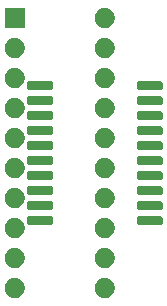
<source format=gbr>
G04 #@! TF.GenerationSoftware,KiCad,Pcbnew,(5.1.5)-3*
G04 #@! TF.CreationDate,2020-06-23T06:11:58-04:00*
G04 #@! TF.ProjectId,dip20soic573-373,64697032-3073-46f6-9963-3537332d3337,rev?*
G04 #@! TF.SameCoordinates,Original*
G04 #@! TF.FileFunction,Soldermask,Top*
G04 #@! TF.FilePolarity,Negative*
%FSLAX46Y46*%
G04 Gerber Fmt 4.6, Leading zero omitted, Abs format (unit mm)*
G04 Created by KiCad (PCBNEW (5.1.5)-3) date 2020-06-23 06:11:58*
%MOMM*%
%LPD*%
G04 APERTURE LIST*
%ADD10C,0.100000*%
G04 APERTURE END LIST*
D10*
G36*
X114548228Y-93161703D02*
G01*
X114703100Y-93225853D01*
X114842481Y-93318985D01*
X114961015Y-93437519D01*
X115054147Y-93576900D01*
X115118297Y-93731772D01*
X115151000Y-93896184D01*
X115151000Y-94063816D01*
X115118297Y-94228228D01*
X115054147Y-94383100D01*
X114961015Y-94522481D01*
X114842481Y-94641015D01*
X114703100Y-94734147D01*
X114548228Y-94798297D01*
X114383816Y-94831000D01*
X114216184Y-94831000D01*
X114051772Y-94798297D01*
X113896900Y-94734147D01*
X113757519Y-94641015D01*
X113638985Y-94522481D01*
X113545853Y-94383100D01*
X113481703Y-94228228D01*
X113449000Y-94063816D01*
X113449000Y-93896184D01*
X113481703Y-93731772D01*
X113545853Y-93576900D01*
X113638985Y-93437519D01*
X113757519Y-93318985D01*
X113896900Y-93225853D01*
X114051772Y-93161703D01*
X114216184Y-93129000D01*
X114383816Y-93129000D01*
X114548228Y-93161703D01*
G37*
G36*
X106928228Y-93161703D02*
G01*
X107083100Y-93225853D01*
X107222481Y-93318985D01*
X107341015Y-93437519D01*
X107434147Y-93576900D01*
X107498297Y-93731772D01*
X107531000Y-93896184D01*
X107531000Y-94063816D01*
X107498297Y-94228228D01*
X107434147Y-94383100D01*
X107341015Y-94522481D01*
X107222481Y-94641015D01*
X107083100Y-94734147D01*
X106928228Y-94798297D01*
X106763816Y-94831000D01*
X106596184Y-94831000D01*
X106431772Y-94798297D01*
X106276900Y-94734147D01*
X106137519Y-94641015D01*
X106018985Y-94522481D01*
X105925853Y-94383100D01*
X105861703Y-94228228D01*
X105829000Y-94063816D01*
X105829000Y-93896184D01*
X105861703Y-93731772D01*
X105925853Y-93576900D01*
X106018985Y-93437519D01*
X106137519Y-93318985D01*
X106276900Y-93225853D01*
X106431772Y-93161703D01*
X106596184Y-93129000D01*
X106763816Y-93129000D01*
X106928228Y-93161703D01*
G37*
G36*
X106928228Y-90621703D02*
G01*
X107083100Y-90685853D01*
X107222481Y-90778985D01*
X107341015Y-90897519D01*
X107434147Y-91036900D01*
X107498297Y-91191772D01*
X107531000Y-91356184D01*
X107531000Y-91523816D01*
X107498297Y-91688228D01*
X107434147Y-91843100D01*
X107341015Y-91982481D01*
X107222481Y-92101015D01*
X107083100Y-92194147D01*
X106928228Y-92258297D01*
X106763816Y-92291000D01*
X106596184Y-92291000D01*
X106431772Y-92258297D01*
X106276900Y-92194147D01*
X106137519Y-92101015D01*
X106018985Y-91982481D01*
X105925853Y-91843100D01*
X105861703Y-91688228D01*
X105829000Y-91523816D01*
X105829000Y-91356184D01*
X105861703Y-91191772D01*
X105925853Y-91036900D01*
X106018985Y-90897519D01*
X106137519Y-90778985D01*
X106276900Y-90685853D01*
X106431772Y-90621703D01*
X106596184Y-90589000D01*
X106763816Y-90589000D01*
X106928228Y-90621703D01*
G37*
G36*
X114548228Y-90621703D02*
G01*
X114703100Y-90685853D01*
X114842481Y-90778985D01*
X114961015Y-90897519D01*
X115054147Y-91036900D01*
X115118297Y-91191772D01*
X115151000Y-91356184D01*
X115151000Y-91523816D01*
X115118297Y-91688228D01*
X115054147Y-91843100D01*
X114961015Y-91982481D01*
X114842481Y-92101015D01*
X114703100Y-92194147D01*
X114548228Y-92258297D01*
X114383816Y-92291000D01*
X114216184Y-92291000D01*
X114051772Y-92258297D01*
X113896900Y-92194147D01*
X113757519Y-92101015D01*
X113638985Y-91982481D01*
X113545853Y-91843100D01*
X113481703Y-91688228D01*
X113449000Y-91523816D01*
X113449000Y-91356184D01*
X113481703Y-91191772D01*
X113545853Y-91036900D01*
X113638985Y-90897519D01*
X113757519Y-90778985D01*
X113896900Y-90685853D01*
X114051772Y-90621703D01*
X114216184Y-90589000D01*
X114383816Y-90589000D01*
X114548228Y-90621703D01*
G37*
G36*
X106928228Y-88081703D02*
G01*
X107083100Y-88145853D01*
X107222481Y-88238985D01*
X107341015Y-88357519D01*
X107434147Y-88496900D01*
X107498297Y-88651772D01*
X107531000Y-88816184D01*
X107531000Y-88983816D01*
X107498297Y-89148228D01*
X107434147Y-89303100D01*
X107341015Y-89442481D01*
X107222481Y-89561015D01*
X107083100Y-89654147D01*
X106928228Y-89718297D01*
X106763816Y-89751000D01*
X106596184Y-89751000D01*
X106431772Y-89718297D01*
X106276900Y-89654147D01*
X106137519Y-89561015D01*
X106018985Y-89442481D01*
X105925853Y-89303100D01*
X105861703Y-89148228D01*
X105829000Y-88983816D01*
X105829000Y-88816184D01*
X105861703Y-88651772D01*
X105925853Y-88496900D01*
X106018985Y-88357519D01*
X106137519Y-88238985D01*
X106276900Y-88145853D01*
X106431772Y-88081703D01*
X106596184Y-88049000D01*
X106763816Y-88049000D01*
X106928228Y-88081703D01*
G37*
G36*
X114548228Y-88081703D02*
G01*
X114703100Y-88145853D01*
X114842481Y-88238985D01*
X114961015Y-88357519D01*
X115054147Y-88496900D01*
X115118297Y-88651772D01*
X115151000Y-88816184D01*
X115151000Y-88983816D01*
X115118297Y-89148228D01*
X115054147Y-89303100D01*
X114961015Y-89442481D01*
X114842481Y-89561015D01*
X114703100Y-89654147D01*
X114548228Y-89718297D01*
X114383816Y-89751000D01*
X114216184Y-89751000D01*
X114051772Y-89718297D01*
X113896900Y-89654147D01*
X113757519Y-89561015D01*
X113638985Y-89442481D01*
X113545853Y-89303100D01*
X113481703Y-89148228D01*
X113449000Y-88983816D01*
X113449000Y-88816184D01*
X113481703Y-88651772D01*
X113545853Y-88496900D01*
X113638985Y-88357519D01*
X113757519Y-88238985D01*
X113896900Y-88145853D01*
X114051772Y-88081703D01*
X114216184Y-88049000D01*
X114383816Y-88049000D01*
X114548228Y-88081703D01*
G37*
G36*
X119111228Y-87916764D02*
G01*
X119132309Y-87923160D01*
X119151745Y-87933548D01*
X119168776Y-87947524D01*
X119182752Y-87964555D01*
X119193140Y-87983991D01*
X119199536Y-88005072D01*
X119202300Y-88033140D01*
X119202300Y-88496860D01*
X119199536Y-88524928D01*
X119193140Y-88546009D01*
X119182752Y-88565445D01*
X119168776Y-88582476D01*
X119151745Y-88596452D01*
X119132309Y-88606840D01*
X119111228Y-88613236D01*
X119083160Y-88616000D01*
X117169440Y-88616000D01*
X117141372Y-88613236D01*
X117120291Y-88606840D01*
X117100855Y-88596452D01*
X117083824Y-88582476D01*
X117069848Y-88565445D01*
X117059460Y-88546009D01*
X117053064Y-88524928D01*
X117050300Y-88496860D01*
X117050300Y-88033140D01*
X117053064Y-88005072D01*
X117059460Y-87983991D01*
X117069848Y-87964555D01*
X117083824Y-87947524D01*
X117100855Y-87933548D01*
X117120291Y-87923160D01*
X117141372Y-87916764D01*
X117169440Y-87914000D01*
X119083160Y-87914000D01*
X119111228Y-87916764D01*
G37*
G36*
X109811228Y-87916764D02*
G01*
X109832309Y-87923160D01*
X109851745Y-87933548D01*
X109868776Y-87947524D01*
X109882752Y-87964555D01*
X109893140Y-87983991D01*
X109899536Y-88005072D01*
X109902300Y-88033140D01*
X109902300Y-88496860D01*
X109899536Y-88524928D01*
X109893140Y-88546009D01*
X109882752Y-88565445D01*
X109868776Y-88582476D01*
X109851745Y-88596452D01*
X109832309Y-88606840D01*
X109811228Y-88613236D01*
X109783160Y-88616000D01*
X107869440Y-88616000D01*
X107841372Y-88613236D01*
X107820291Y-88606840D01*
X107800855Y-88596452D01*
X107783824Y-88582476D01*
X107769848Y-88565445D01*
X107759460Y-88546009D01*
X107753064Y-88524928D01*
X107750300Y-88496860D01*
X107750300Y-88033140D01*
X107753064Y-88005072D01*
X107759460Y-87983991D01*
X107769848Y-87964555D01*
X107783824Y-87947524D01*
X107800855Y-87933548D01*
X107820291Y-87923160D01*
X107841372Y-87916764D01*
X107869440Y-87914000D01*
X109783160Y-87914000D01*
X109811228Y-87916764D01*
G37*
G36*
X119111228Y-86646764D02*
G01*
X119132309Y-86653160D01*
X119151745Y-86663548D01*
X119168776Y-86677524D01*
X119182752Y-86694555D01*
X119193140Y-86713991D01*
X119199536Y-86735072D01*
X119202300Y-86763140D01*
X119202300Y-87226860D01*
X119199536Y-87254928D01*
X119193140Y-87276009D01*
X119182752Y-87295445D01*
X119168776Y-87312476D01*
X119151745Y-87326452D01*
X119132309Y-87336840D01*
X119111228Y-87343236D01*
X119083160Y-87346000D01*
X117169440Y-87346000D01*
X117141372Y-87343236D01*
X117120291Y-87336840D01*
X117100855Y-87326452D01*
X117083824Y-87312476D01*
X117069848Y-87295445D01*
X117059460Y-87276009D01*
X117053064Y-87254928D01*
X117050300Y-87226860D01*
X117050300Y-86763140D01*
X117053064Y-86735072D01*
X117059460Y-86713991D01*
X117069848Y-86694555D01*
X117083824Y-86677524D01*
X117100855Y-86663548D01*
X117120291Y-86653160D01*
X117141372Y-86646764D01*
X117169440Y-86644000D01*
X119083160Y-86644000D01*
X119111228Y-86646764D01*
G37*
G36*
X109811228Y-86646764D02*
G01*
X109832309Y-86653160D01*
X109851745Y-86663548D01*
X109868776Y-86677524D01*
X109882752Y-86694555D01*
X109893140Y-86713991D01*
X109899536Y-86735072D01*
X109902300Y-86763140D01*
X109902300Y-87226860D01*
X109899536Y-87254928D01*
X109893140Y-87276009D01*
X109882752Y-87295445D01*
X109868776Y-87312476D01*
X109851745Y-87326452D01*
X109832309Y-87336840D01*
X109811228Y-87343236D01*
X109783160Y-87346000D01*
X107869440Y-87346000D01*
X107841372Y-87343236D01*
X107820291Y-87336840D01*
X107800855Y-87326452D01*
X107783824Y-87312476D01*
X107769848Y-87295445D01*
X107759460Y-87276009D01*
X107753064Y-87254928D01*
X107750300Y-87226860D01*
X107750300Y-86763140D01*
X107753064Y-86735072D01*
X107759460Y-86713991D01*
X107769848Y-86694555D01*
X107783824Y-86677524D01*
X107800855Y-86663548D01*
X107820291Y-86653160D01*
X107841372Y-86646764D01*
X107869440Y-86644000D01*
X109783160Y-86644000D01*
X109811228Y-86646764D01*
G37*
G36*
X114548228Y-85541703D02*
G01*
X114703100Y-85605853D01*
X114842481Y-85698985D01*
X114961015Y-85817519D01*
X115054147Y-85956900D01*
X115118297Y-86111772D01*
X115151000Y-86276184D01*
X115151000Y-86443816D01*
X115118297Y-86608228D01*
X115054147Y-86763100D01*
X114961015Y-86902481D01*
X114842481Y-87021015D01*
X114703100Y-87114147D01*
X114548228Y-87178297D01*
X114383816Y-87211000D01*
X114216184Y-87211000D01*
X114051772Y-87178297D01*
X113896900Y-87114147D01*
X113757519Y-87021015D01*
X113638985Y-86902481D01*
X113545853Y-86763100D01*
X113481703Y-86608228D01*
X113449000Y-86443816D01*
X113449000Y-86276184D01*
X113481703Y-86111772D01*
X113545853Y-85956900D01*
X113638985Y-85817519D01*
X113757519Y-85698985D01*
X113896900Y-85605853D01*
X114051772Y-85541703D01*
X114216184Y-85509000D01*
X114383816Y-85509000D01*
X114548228Y-85541703D01*
G37*
G36*
X106928228Y-85541703D02*
G01*
X107083100Y-85605853D01*
X107222481Y-85698985D01*
X107341015Y-85817519D01*
X107434147Y-85956900D01*
X107498297Y-86111772D01*
X107531000Y-86276184D01*
X107531000Y-86443816D01*
X107498297Y-86608228D01*
X107434147Y-86763100D01*
X107341015Y-86902481D01*
X107222481Y-87021015D01*
X107083100Y-87114147D01*
X106928228Y-87178297D01*
X106763816Y-87211000D01*
X106596184Y-87211000D01*
X106431772Y-87178297D01*
X106276900Y-87114147D01*
X106137519Y-87021015D01*
X106018985Y-86902481D01*
X105925853Y-86763100D01*
X105861703Y-86608228D01*
X105829000Y-86443816D01*
X105829000Y-86276184D01*
X105861703Y-86111772D01*
X105925853Y-85956900D01*
X106018985Y-85817519D01*
X106137519Y-85698985D01*
X106276900Y-85605853D01*
X106431772Y-85541703D01*
X106596184Y-85509000D01*
X106763816Y-85509000D01*
X106928228Y-85541703D01*
G37*
G36*
X109811228Y-85376764D02*
G01*
X109832309Y-85383160D01*
X109851745Y-85393548D01*
X109868776Y-85407524D01*
X109882752Y-85424555D01*
X109893140Y-85443991D01*
X109899536Y-85465072D01*
X109902300Y-85493140D01*
X109902300Y-85956860D01*
X109899536Y-85984928D01*
X109893140Y-86006009D01*
X109882752Y-86025445D01*
X109868776Y-86042476D01*
X109851745Y-86056452D01*
X109832309Y-86066840D01*
X109811228Y-86073236D01*
X109783160Y-86076000D01*
X107869440Y-86076000D01*
X107841372Y-86073236D01*
X107820291Y-86066840D01*
X107800855Y-86056452D01*
X107783824Y-86042476D01*
X107769848Y-86025445D01*
X107759460Y-86006009D01*
X107753064Y-85984928D01*
X107750300Y-85956860D01*
X107750300Y-85493140D01*
X107753064Y-85465072D01*
X107759460Y-85443991D01*
X107769848Y-85424555D01*
X107783824Y-85407524D01*
X107800855Y-85393548D01*
X107820291Y-85383160D01*
X107841372Y-85376764D01*
X107869440Y-85374000D01*
X109783160Y-85374000D01*
X109811228Y-85376764D01*
G37*
G36*
X119111228Y-85376764D02*
G01*
X119132309Y-85383160D01*
X119151745Y-85393548D01*
X119168776Y-85407524D01*
X119182752Y-85424555D01*
X119193140Y-85443991D01*
X119199536Y-85465072D01*
X119202300Y-85493140D01*
X119202300Y-85956860D01*
X119199536Y-85984928D01*
X119193140Y-86006009D01*
X119182752Y-86025445D01*
X119168776Y-86042476D01*
X119151745Y-86056452D01*
X119132309Y-86066840D01*
X119111228Y-86073236D01*
X119083160Y-86076000D01*
X117169440Y-86076000D01*
X117141372Y-86073236D01*
X117120291Y-86066840D01*
X117100855Y-86056452D01*
X117083824Y-86042476D01*
X117069848Y-86025445D01*
X117059460Y-86006009D01*
X117053064Y-85984928D01*
X117050300Y-85956860D01*
X117050300Y-85493140D01*
X117053064Y-85465072D01*
X117059460Y-85443991D01*
X117069848Y-85424555D01*
X117083824Y-85407524D01*
X117100855Y-85393548D01*
X117120291Y-85383160D01*
X117141372Y-85376764D01*
X117169440Y-85374000D01*
X119083160Y-85374000D01*
X119111228Y-85376764D01*
G37*
G36*
X109811228Y-84106764D02*
G01*
X109832309Y-84113160D01*
X109851745Y-84123548D01*
X109868776Y-84137524D01*
X109882752Y-84154555D01*
X109893140Y-84173991D01*
X109899536Y-84195072D01*
X109902300Y-84223140D01*
X109902300Y-84686860D01*
X109899536Y-84714928D01*
X109893140Y-84736009D01*
X109882752Y-84755445D01*
X109868776Y-84772476D01*
X109851745Y-84786452D01*
X109832309Y-84796840D01*
X109811228Y-84803236D01*
X109783160Y-84806000D01*
X107869440Y-84806000D01*
X107841372Y-84803236D01*
X107820291Y-84796840D01*
X107800855Y-84786452D01*
X107783824Y-84772476D01*
X107769848Y-84755445D01*
X107759460Y-84736009D01*
X107753064Y-84714928D01*
X107750300Y-84686860D01*
X107750300Y-84223140D01*
X107753064Y-84195072D01*
X107759460Y-84173991D01*
X107769848Y-84154555D01*
X107783824Y-84137524D01*
X107800855Y-84123548D01*
X107820291Y-84113160D01*
X107841372Y-84106764D01*
X107869440Y-84104000D01*
X109783160Y-84104000D01*
X109811228Y-84106764D01*
G37*
G36*
X119111228Y-84106764D02*
G01*
X119132309Y-84113160D01*
X119151745Y-84123548D01*
X119168776Y-84137524D01*
X119182752Y-84154555D01*
X119193140Y-84173991D01*
X119199536Y-84195072D01*
X119202300Y-84223140D01*
X119202300Y-84686860D01*
X119199536Y-84714928D01*
X119193140Y-84736009D01*
X119182752Y-84755445D01*
X119168776Y-84772476D01*
X119151745Y-84786452D01*
X119132309Y-84796840D01*
X119111228Y-84803236D01*
X119083160Y-84806000D01*
X117169440Y-84806000D01*
X117141372Y-84803236D01*
X117120291Y-84796840D01*
X117100855Y-84786452D01*
X117083824Y-84772476D01*
X117069848Y-84755445D01*
X117059460Y-84736009D01*
X117053064Y-84714928D01*
X117050300Y-84686860D01*
X117050300Y-84223140D01*
X117053064Y-84195072D01*
X117059460Y-84173991D01*
X117069848Y-84154555D01*
X117083824Y-84137524D01*
X117100855Y-84123548D01*
X117120291Y-84113160D01*
X117141372Y-84106764D01*
X117169440Y-84104000D01*
X119083160Y-84104000D01*
X119111228Y-84106764D01*
G37*
G36*
X114548228Y-83001703D02*
G01*
X114703100Y-83065853D01*
X114842481Y-83158985D01*
X114961015Y-83277519D01*
X115054147Y-83416900D01*
X115118297Y-83571772D01*
X115151000Y-83736184D01*
X115151000Y-83903816D01*
X115118297Y-84068228D01*
X115054147Y-84223100D01*
X114961015Y-84362481D01*
X114842481Y-84481015D01*
X114703100Y-84574147D01*
X114548228Y-84638297D01*
X114383816Y-84671000D01*
X114216184Y-84671000D01*
X114051772Y-84638297D01*
X113896900Y-84574147D01*
X113757519Y-84481015D01*
X113638985Y-84362481D01*
X113545853Y-84223100D01*
X113481703Y-84068228D01*
X113449000Y-83903816D01*
X113449000Y-83736184D01*
X113481703Y-83571772D01*
X113545853Y-83416900D01*
X113638985Y-83277519D01*
X113757519Y-83158985D01*
X113896900Y-83065853D01*
X114051772Y-83001703D01*
X114216184Y-82969000D01*
X114383816Y-82969000D01*
X114548228Y-83001703D01*
G37*
G36*
X106928228Y-83001703D02*
G01*
X107083100Y-83065853D01*
X107222481Y-83158985D01*
X107341015Y-83277519D01*
X107434147Y-83416900D01*
X107498297Y-83571772D01*
X107531000Y-83736184D01*
X107531000Y-83903816D01*
X107498297Y-84068228D01*
X107434147Y-84223100D01*
X107341015Y-84362481D01*
X107222481Y-84481015D01*
X107083100Y-84574147D01*
X106928228Y-84638297D01*
X106763816Y-84671000D01*
X106596184Y-84671000D01*
X106431772Y-84638297D01*
X106276900Y-84574147D01*
X106137519Y-84481015D01*
X106018985Y-84362481D01*
X105925853Y-84223100D01*
X105861703Y-84068228D01*
X105829000Y-83903816D01*
X105829000Y-83736184D01*
X105861703Y-83571772D01*
X105925853Y-83416900D01*
X106018985Y-83277519D01*
X106137519Y-83158985D01*
X106276900Y-83065853D01*
X106431772Y-83001703D01*
X106596184Y-82969000D01*
X106763816Y-82969000D01*
X106928228Y-83001703D01*
G37*
G36*
X109811228Y-82836764D02*
G01*
X109832309Y-82843160D01*
X109851745Y-82853548D01*
X109868776Y-82867524D01*
X109882752Y-82884555D01*
X109893140Y-82903991D01*
X109899536Y-82925072D01*
X109902300Y-82953140D01*
X109902300Y-83416860D01*
X109899536Y-83444928D01*
X109893140Y-83466009D01*
X109882752Y-83485445D01*
X109868776Y-83502476D01*
X109851745Y-83516452D01*
X109832309Y-83526840D01*
X109811228Y-83533236D01*
X109783160Y-83536000D01*
X107869440Y-83536000D01*
X107841372Y-83533236D01*
X107820291Y-83526840D01*
X107800855Y-83516452D01*
X107783824Y-83502476D01*
X107769848Y-83485445D01*
X107759460Y-83466009D01*
X107753064Y-83444928D01*
X107750300Y-83416860D01*
X107750300Y-82953140D01*
X107753064Y-82925072D01*
X107759460Y-82903991D01*
X107769848Y-82884555D01*
X107783824Y-82867524D01*
X107800855Y-82853548D01*
X107820291Y-82843160D01*
X107841372Y-82836764D01*
X107869440Y-82834000D01*
X109783160Y-82834000D01*
X109811228Y-82836764D01*
G37*
G36*
X119111228Y-82836764D02*
G01*
X119132309Y-82843160D01*
X119151745Y-82853548D01*
X119168776Y-82867524D01*
X119182752Y-82884555D01*
X119193140Y-82903991D01*
X119199536Y-82925072D01*
X119202300Y-82953140D01*
X119202300Y-83416860D01*
X119199536Y-83444928D01*
X119193140Y-83466009D01*
X119182752Y-83485445D01*
X119168776Y-83502476D01*
X119151745Y-83516452D01*
X119132309Y-83526840D01*
X119111228Y-83533236D01*
X119083160Y-83536000D01*
X117169440Y-83536000D01*
X117141372Y-83533236D01*
X117120291Y-83526840D01*
X117100855Y-83516452D01*
X117083824Y-83502476D01*
X117069848Y-83485445D01*
X117059460Y-83466009D01*
X117053064Y-83444928D01*
X117050300Y-83416860D01*
X117050300Y-82953140D01*
X117053064Y-82925072D01*
X117059460Y-82903991D01*
X117069848Y-82884555D01*
X117083824Y-82867524D01*
X117100855Y-82853548D01*
X117120291Y-82843160D01*
X117141372Y-82836764D01*
X117169440Y-82834000D01*
X119083160Y-82834000D01*
X119111228Y-82836764D01*
G37*
G36*
X109811228Y-81566764D02*
G01*
X109832309Y-81573160D01*
X109851745Y-81583548D01*
X109868776Y-81597524D01*
X109882752Y-81614555D01*
X109893140Y-81633991D01*
X109899536Y-81655072D01*
X109902300Y-81683140D01*
X109902300Y-82146860D01*
X109899536Y-82174928D01*
X109893140Y-82196009D01*
X109882752Y-82215445D01*
X109868776Y-82232476D01*
X109851745Y-82246452D01*
X109832309Y-82256840D01*
X109811228Y-82263236D01*
X109783160Y-82266000D01*
X107869440Y-82266000D01*
X107841372Y-82263236D01*
X107820291Y-82256840D01*
X107800855Y-82246452D01*
X107783824Y-82232476D01*
X107769848Y-82215445D01*
X107759460Y-82196009D01*
X107753064Y-82174928D01*
X107750300Y-82146860D01*
X107750300Y-81683140D01*
X107753064Y-81655072D01*
X107759460Y-81633991D01*
X107769848Y-81614555D01*
X107783824Y-81597524D01*
X107800855Y-81583548D01*
X107820291Y-81573160D01*
X107841372Y-81566764D01*
X107869440Y-81564000D01*
X109783160Y-81564000D01*
X109811228Y-81566764D01*
G37*
G36*
X119111228Y-81566764D02*
G01*
X119132309Y-81573160D01*
X119151745Y-81583548D01*
X119168776Y-81597524D01*
X119182752Y-81614555D01*
X119193140Y-81633991D01*
X119199536Y-81655072D01*
X119202300Y-81683140D01*
X119202300Y-82146860D01*
X119199536Y-82174928D01*
X119193140Y-82196009D01*
X119182752Y-82215445D01*
X119168776Y-82232476D01*
X119151745Y-82246452D01*
X119132309Y-82256840D01*
X119111228Y-82263236D01*
X119083160Y-82266000D01*
X117169440Y-82266000D01*
X117141372Y-82263236D01*
X117120291Y-82256840D01*
X117100855Y-82246452D01*
X117083824Y-82232476D01*
X117069848Y-82215445D01*
X117059460Y-82196009D01*
X117053064Y-82174928D01*
X117050300Y-82146860D01*
X117050300Y-81683140D01*
X117053064Y-81655072D01*
X117059460Y-81633991D01*
X117069848Y-81614555D01*
X117083824Y-81597524D01*
X117100855Y-81583548D01*
X117120291Y-81573160D01*
X117141372Y-81566764D01*
X117169440Y-81564000D01*
X119083160Y-81564000D01*
X119111228Y-81566764D01*
G37*
G36*
X114548228Y-80461703D02*
G01*
X114703100Y-80525853D01*
X114842481Y-80618985D01*
X114961015Y-80737519D01*
X115054147Y-80876900D01*
X115118297Y-81031772D01*
X115151000Y-81196184D01*
X115151000Y-81363816D01*
X115118297Y-81528228D01*
X115054147Y-81683100D01*
X114961015Y-81822481D01*
X114842481Y-81941015D01*
X114703100Y-82034147D01*
X114548228Y-82098297D01*
X114383816Y-82131000D01*
X114216184Y-82131000D01*
X114051772Y-82098297D01*
X113896900Y-82034147D01*
X113757519Y-81941015D01*
X113638985Y-81822481D01*
X113545853Y-81683100D01*
X113481703Y-81528228D01*
X113449000Y-81363816D01*
X113449000Y-81196184D01*
X113481703Y-81031772D01*
X113545853Y-80876900D01*
X113638985Y-80737519D01*
X113757519Y-80618985D01*
X113896900Y-80525853D01*
X114051772Y-80461703D01*
X114216184Y-80429000D01*
X114383816Y-80429000D01*
X114548228Y-80461703D01*
G37*
G36*
X106928228Y-80461703D02*
G01*
X107083100Y-80525853D01*
X107222481Y-80618985D01*
X107341015Y-80737519D01*
X107434147Y-80876900D01*
X107498297Y-81031772D01*
X107531000Y-81196184D01*
X107531000Y-81363816D01*
X107498297Y-81528228D01*
X107434147Y-81683100D01*
X107341015Y-81822481D01*
X107222481Y-81941015D01*
X107083100Y-82034147D01*
X106928228Y-82098297D01*
X106763816Y-82131000D01*
X106596184Y-82131000D01*
X106431772Y-82098297D01*
X106276900Y-82034147D01*
X106137519Y-81941015D01*
X106018985Y-81822481D01*
X105925853Y-81683100D01*
X105861703Y-81528228D01*
X105829000Y-81363816D01*
X105829000Y-81196184D01*
X105861703Y-81031772D01*
X105925853Y-80876900D01*
X106018985Y-80737519D01*
X106137519Y-80618985D01*
X106276900Y-80525853D01*
X106431772Y-80461703D01*
X106596184Y-80429000D01*
X106763816Y-80429000D01*
X106928228Y-80461703D01*
G37*
G36*
X119111228Y-80296764D02*
G01*
X119132309Y-80303160D01*
X119151745Y-80313548D01*
X119168776Y-80327524D01*
X119182752Y-80344555D01*
X119193140Y-80363991D01*
X119199536Y-80385072D01*
X119202300Y-80413140D01*
X119202300Y-80876860D01*
X119199536Y-80904928D01*
X119193140Y-80926009D01*
X119182752Y-80945445D01*
X119168776Y-80962476D01*
X119151745Y-80976452D01*
X119132309Y-80986840D01*
X119111228Y-80993236D01*
X119083160Y-80996000D01*
X117169440Y-80996000D01*
X117141372Y-80993236D01*
X117120291Y-80986840D01*
X117100855Y-80976452D01*
X117083824Y-80962476D01*
X117069848Y-80945445D01*
X117059460Y-80926009D01*
X117053064Y-80904928D01*
X117050300Y-80876860D01*
X117050300Y-80413140D01*
X117053064Y-80385072D01*
X117059460Y-80363991D01*
X117069848Y-80344555D01*
X117083824Y-80327524D01*
X117100855Y-80313548D01*
X117120291Y-80303160D01*
X117141372Y-80296764D01*
X117169440Y-80294000D01*
X119083160Y-80294000D01*
X119111228Y-80296764D01*
G37*
G36*
X109811228Y-80296764D02*
G01*
X109832309Y-80303160D01*
X109851745Y-80313548D01*
X109868776Y-80327524D01*
X109882752Y-80344555D01*
X109893140Y-80363991D01*
X109899536Y-80385072D01*
X109902300Y-80413140D01*
X109902300Y-80876860D01*
X109899536Y-80904928D01*
X109893140Y-80926009D01*
X109882752Y-80945445D01*
X109868776Y-80962476D01*
X109851745Y-80976452D01*
X109832309Y-80986840D01*
X109811228Y-80993236D01*
X109783160Y-80996000D01*
X107869440Y-80996000D01*
X107841372Y-80993236D01*
X107820291Y-80986840D01*
X107800855Y-80976452D01*
X107783824Y-80962476D01*
X107769848Y-80945445D01*
X107759460Y-80926009D01*
X107753064Y-80904928D01*
X107750300Y-80876860D01*
X107750300Y-80413140D01*
X107753064Y-80385072D01*
X107759460Y-80363991D01*
X107769848Y-80344555D01*
X107783824Y-80327524D01*
X107800855Y-80313548D01*
X107820291Y-80303160D01*
X107841372Y-80296764D01*
X107869440Y-80294000D01*
X109783160Y-80294000D01*
X109811228Y-80296764D01*
G37*
G36*
X109811228Y-79026764D02*
G01*
X109832309Y-79033160D01*
X109851745Y-79043548D01*
X109868776Y-79057524D01*
X109882752Y-79074555D01*
X109893140Y-79093991D01*
X109899536Y-79115072D01*
X109902300Y-79143140D01*
X109902300Y-79606860D01*
X109899536Y-79634928D01*
X109893140Y-79656009D01*
X109882752Y-79675445D01*
X109868776Y-79692476D01*
X109851745Y-79706452D01*
X109832309Y-79716840D01*
X109811228Y-79723236D01*
X109783160Y-79726000D01*
X107869440Y-79726000D01*
X107841372Y-79723236D01*
X107820291Y-79716840D01*
X107800855Y-79706452D01*
X107783824Y-79692476D01*
X107769848Y-79675445D01*
X107759460Y-79656009D01*
X107753064Y-79634928D01*
X107750300Y-79606860D01*
X107750300Y-79143140D01*
X107753064Y-79115072D01*
X107759460Y-79093991D01*
X107769848Y-79074555D01*
X107783824Y-79057524D01*
X107800855Y-79043548D01*
X107820291Y-79033160D01*
X107841372Y-79026764D01*
X107869440Y-79024000D01*
X109783160Y-79024000D01*
X109811228Y-79026764D01*
G37*
G36*
X119111228Y-79026764D02*
G01*
X119132309Y-79033160D01*
X119151745Y-79043548D01*
X119168776Y-79057524D01*
X119182752Y-79074555D01*
X119193140Y-79093991D01*
X119199536Y-79115072D01*
X119202300Y-79143140D01*
X119202300Y-79606860D01*
X119199536Y-79634928D01*
X119193140Y-79656009D01*
X119182752Y-79675445D01*
X119168776Y-79692476D01*
X119151745Y-79706452D01*
X119132309Y-79716840D01*
X119111228Y-79723236D01*
X119083160Y-79726000D01*
X117169440Y-79726000D01*
X117141372Y-79723236D01*
X117120291Y-79716840D01*
X117100855Y-79706452D01*
X117083824Y-79692476D01*
X117069848Y-79675445D01*
X117059460Y-79656009D01*
X117053064Y-79634928D01*
X117050300Y-79606860D01*
X117050300Y-79143140D01*
X117053064Y-79115072D01*
X117059460Y-79093991D01*
X117069848Y-79074555D01*
X117083824Y-79057524D01*
X117100855Y-79043548D01*
X117120291Y-79033160D01*
X117141372Y-79026764D01*
X117169440Y-79024000D01*
X119083160Y-79024000D01*
X119111228Y-79026764D01*
G37*
G36*
X114548228Y-77921703D02*
G01*
X114703100Y-77985853D01*
X114842481Y-78078985D01*
X114961015Y-78197519D01*
X115054147Y-78336900D01*
X115118297Y-78491772D01*
X115151000Y-78656184D01*
X115151000Y-78823816D01*
X115118297Y-78988228D01*
X115054147Y-79143100D01*
X114961015Y-79282481D01*
X114842481Y-79401015D01*
X114703100Y-79494147D01*
X114548228Y-79558297D01*
X114383816Y-79591000D01*
X114216184Y-79591000D01*
X114051772Y-79558297D01*
X113896900Y-79494147D01*
X113757519Y-79401015D01*
X113638985Y-79282481D01*
X113545853Y-79143100D01*
X113481703Y-78988228D01*
X113449000Y-78823816D01*
X113449000Y-78656184D01*
X113481703Y-78491772D01*
X113545853Y-78336900D01*
X113638985Y-78197519D01*
X113757519Y-78078985D01*
X113896900Y-77985853D01*
X114051772Y-77921703D01*
X114216184Y-77889000D01*
X114383816Y-77889000D01*
X114548228Y-77921703D01*
G37*
G36*
X106928228Y-77921703D02*
G01*
X107083100Y-77985853D01*
X107222481Y-78078985D01*
X107341015Y-78197519D01*
X107434147Y-78336900D01*
X107498297Y-78491772D01*
X107531000Y-78656184D01*
X107531000Y-78823816D01*
X107498297Y-78988228D01*
X107434147Y-79143100D01*
X107341015Y-79282481D01*
X107222481Y-79401015D01*
X107083100Y-79494147D01*
X106928228Y-79558297D01*
X106763816Y-79591000D01*
X106596184Y-79591000D01*
X106431772Y-79558297D01*
X106276900Y-79494147D01*
X106137519Y-79401015D01*
X106018985Y-79282481D01*
X105925853Y-79143100D01*
X105861703Y-78988228D01*
X105829000Y-78823816D01*
X105829000Y-78656184D01*
X105861703Y-78491772D01*
X105925853Y-78336900D01*
X106018985Y-78197519D01*
X106137519Y-78078985D01*
X106276900Y-77985853D01*
X106431772Y-77921703D01*
X106596184Y-77889000D01*
X106763816Y-77889000D01*
X106928228Y-77921703D01*
G37*
G36*
X119111228Y-77756764D02*
G01*
X119132309Y-77763160D01*
X119151745Y-77773548D01*
X119168776Y-77787524D01*
X119182752Y-77804555D01*
X119193140Y-77823991D01*
X119199536Y-77845072D01*
X119202300Y-77873140D01*
X119202300Y-78336860D01*
X119199536Y-78364928D01*
X119193140Y-78386009D01*
X119182752Y-78405445D01*
X119168776Y-78422476D01*
X119151745Y-78436452D01*
X119132309Y-78446840D01*
X119111228Y-78453236D01*
X119083160Y-78456000D01*
X117169440Y-78456000D01*
X117141372Y-78453236D01*
X117120291Y-78446840D01*
X117100855Y-78436452D01*
X117083824Y-78422476D01*
X117069848Y-78405445D01*
X117059460Y-78386009D01*
X117053064Y-78364928D01*
X117050300Y-78336860D01*
X117050300Y-77873140D01*
X117053064Y-77845072D01*
X117059460Y-77823991D01*
X117069848Y-77804555D01*
X117083824Y-77787524D01*
X117100855Y-77773548D01*
X117120291Y-77763160D01*
X117141372Y-77756764D01*
X117169440Y-77754000D01*
X119083160Y-77754000D01*
X119111228Y-77756764D01*
G37*
G36*
X109811228Y-77756764D02*
G01*
X109832309Y-77763160D01*
X109851745Y-77773548D01*
X109868776Y-77787524D01*
X109882752Y-77804555D01*
X109893140Y-77823991D01*
X109899536Y-77845072D01*
X109902300Y-77873140D01*
X109902300Y-78336860D01*
X109899536Y-78364928D01*
X109893140Y-78386009D01*
X109882752Y-78405445D01*
X109868776Y-78422476D01*
X109851745Y-78436452D01*
X109832309Y-78446840D01*
X109811228Y-78453236D01*
X109783160Y-78456000D01*
X107869440Y-78456000D01*
X107841372Y-78453236D01*
X107820291Y-78446840D01*
X107800855Y-78436452D01*
X107783824Y-78422476D01*
X107769848Y-78405445D01*
X107759460Y-78386009D01*
X107753064Y-78364928D01*
X107750300Y-78336860D01*
X107750300Y-77873140D01*
X107753064Y-77845072D01*
X107759460Y-77823991D01*
X107769848Y-77804555D01*
X107783824Y-77787524D01*
X107800855Y-77773548D01*
X107820291Y-77763160D01*
X107841372Y-77756764D01*
X107869440Y-77754000D01*
X109783160Y-77754000D01*
X109811228Y-77756764D01*
G37*
G36*
X119111228Y-76486764D02*
G01*
X119132309Y-76493160D01*
X119151745Y-76503548D01*
X119168776Y-76517524D01*
X119182752Y-76534555D01*
X119193140Y-76553991D01*
X119199536Y-76575072D01*
X119202300Y-76603140D01*
X119202300Y-77066860D01*
X119199536Y-77094928D01*
X119193140Y-77116009D01*
X119182752Y-77135445D01*
X119168776Y-77152476D01*
X119151745Y-77166452D01*
X119132309Y-77176840D01*
X119111228Y-77183236D01*
X119083160Y-77186000D01*
X117169440Y-77186000D01*
X117141372Y-77183236D01*
X117120291Y-77176840D01*
X117100855Y-77166452D01*
X117083824Y-77152476D01*
X117069848Y-77135445D01*
X117059460Y-77116009D01*
X117053064Y-77094928D01*
X117050300Y-77066860D01*
X117050300Y-76603140D01*
X117053064Y-76575072D01*
X117059460Y-76553991D01*
X117069848Y-76534555D01*
X117083824Y-76517524D01*
X117100855Y-76503548D01*
X117120291Y-76493160D01*
X117141372Y-76486764D01*
X117169440Y-76484000D01*
X119083160Y-76484000D01*
X119111228Y-76486764D01*
G37*
G36*
X109811228Y-76486764D02*
G01*
X109832309Y-76493160D01*
X109851745Y-76503548D01*
X109868776Y-76517524D01*
X109882752Y-76534555D01*
X109893140Y-76553991D01*
X109899536Y-76575072D01*
X109902300Y-76603140D01*
X109902300Y-77066860D01*
X109899536Y-77094928D01*
X109893140Y-77116009D01*
X109882752Y-77135445D01*
X109868776Y-77152476D01*
X109851745Y-77166452D01*
X109832309Y-77176840D01*
X109811228Y-77183236D01*
X109783160Y-77186000D01*
X107869440Y-77186000D01*
X107841372Y-77183236D01*
X107820291Y-77176840D01*
X107800855Y-77166452D01*
X107783824Y-77152476D01*
X107769848Y-77135445D01*
X107759460Y-77116009D01*
X107753064Y-77094928D01*
X107750300Y-77066860D01*
X107750300Y-76603140D01*
X107753064Y-76575072D01*
X107759460Y-76553991D01*
X107769848Y-76534555D01*
X107783824Y-76517524D01*
X107800855Y-76503548D01*
X107820291Y-76493160D01*
X107841372Y-76486764D01*
X107869440Y-76484000D01*
X109783160Y-76484000D01*
X109811228Y-76486764D01*
G37*
G36*
X114548228Y-75381703D02*
G01*
X114703100Y-75445853D01*
X114842481Y-75538985D01*
X114961015Y-75657519D01*
X115054147Y-75796900D01*
X115118297Y-75951772D01*
X115151000Y-76116184D01*
X115151000Y-76283816D01*
X115118297Y-76448228D01*
X115054147Y-76603100D01*
X114961015Y-76742481D01*
X114842481Y-76861015D01*
X114703100Y-76954147D01*
X114548228Y-77018297D01*
X114383816Y-77051000D01*
X114216184Y-77051000D01*
X114051772Y-77018297D01*
X113896900Y-76954147D01*
X113757519Y-76861015D01*
X113638985Y-76742481D01*
X113545853Y-76603100D01*
X113481703Y-76448228D01*
X113449000Y-76283816D01*
X113449000Y-76116184D01*
X113481703Y-75951772D01*
X113545853Y-75796900D01*
X113638985Y-75657519D01*
X113757519Y-75538985D01*
X113896900Y-75445853D01*
X114051772Y-75381703D01*
X114216184Y-75349000D01*
X114383816Y-75349000D01*
X114548228Y-75381703D01*
G37*
G36*
X106928228Y-75381703D02*
G01*
X107083100Y-75445853D01*
X107222481Y-75538985D01*
X107341015Y-75657519D01*
X107434147Y-75796900D01*
X107498297Y-75951772D01*
X107531000Y-76116184D01*
X107531000Y-76283816D01*
X107498297Y-76448228D01*
X107434147Y-76603100D01*
X107341015Y-76742481D01*
X107222481Y-76861015D01*
X107083100Y-76954147D01*
X106928228Y-77018297D01*
X106763816Y-77051000D01*
X106596184Y-77051000D01*
X106431772Y-77018297D01*
X106276900Y-76954147D01*
X106137519Y-76861015D01*
X106018985Y-76742481D01*
X105925853Y-76603100D01*
X105861703Y-76448228D01*
X105829000Y-76283816D01*
X105829000Y-76116184D01*
X105861703Y-75951772D01*
X105925853Y-75796900D01*
X106018985Y-75657519D01*
X106137519Y-75538985D01*
X106276900Y-75445853D01*
X106431772Y-75381703D01*
X106596184Y-75349000D01*
X106763816Y-75349000D01*
X106928228Y-75381703D01*
G37*
G36*
X114548228Y-72841703D02*
G01*
X114703100Y-72905853D01*
X114842481Y-72998985D01*
X114961015Y-73117519D01*
X115054147Y-73256900D01*
X115118297Y-73411772D01*
X115151000Y-73576184D01*
X115151000Y-73743816D01*
X115118297Y-73908228D01*
X115054147Y-74063100D01*
X114961015Y-74202481D01*
X114842481Y-74321015D01*
X114703100Y-74414147D01*
X114548228Y-74478297D01*
X114383816Y-74511000D01*
X114216184Y-74511000D01*
X114051772Y-74478297D01*
X113896900Y-74414147D01*
X113757519Y-74321015D01*
X113638985Y-74202481D01*
X113545853Y-74063100D01*
X113481703Y-73908228D01*
X113449000Y-73743816D01*
X113449000Y-73576184D01*
X113481703Y-73411772D01*
X113545853Y-73256900D01*
X113638985Y-73117519D01*
X113757519Y-72998985D01*
X113896900Y-72905853D01*
X114051772Y-72841703D01*
X114216184Y-72809000D01*
X114383816Y-72809000D01*
X114548228Y-72841703D01*
G37*
G36*
X106928228Y-72841703D02*
G01*
X107083100Y-72905853D01*
X107222481Y-72998985D01*
X107341015Y-73117519D01*
X107434147Y-73256900D01*
X107498297Y-73411772D01*
X107531000Y-73576184D01*
X107531000Y-73743816D01*
X107498297Y-73908228D01*
X107434147Y-74063100D01*
X107341015Y-74202481D01*
X107222481Y-74321015D01*
X107083100Y-74414147D01*
X106928228Y-74478297D01*
X106763816Y-74511000D01*
X106596184Y-74511000D01*
X106431772Y-74478297D01*
X106276900Y-74414147D01*
X106137519Y-74321015D01*
X106018985Y-74202481D01*
X105925853Y-74063100D01*
X105861703Y-73908228D01*
X105829000Y-73743816D01*
X105829000Y-73576184D01*
X105861703Y-73411772D01*
X105925853Y-73256900D01*
X106018985Y-73117519D01*
X106137519Y-72998985D01*
X106276900Y-72905853D01*
X106431772Y-72841703D01*
X106596184Y-72809000D01*
X106763816Y-72809000D01*
X106928228Y-72841703D01*
G37*
G36*
X114548228Y-70301703D02*
G01*
X114703100Y-70365853D01*
X114842481Y-70458985D01*
X114961015Y-70577519D01*
X115054147Y-70716900D01*
X115118297Y-70871772D01*
X115151000Y-71036184D01*
X115151000Y-71203816D01*
X115118297Y-71368228D01*
X115054147Y-71523100D01*
X114961015Y-71662481D01*
X114842481Y-71781015D01*
X114703100Y-71874147D01*
X114548228Y-71938297D01*
X114383816Y-71971000D01*
X114216184Y-71971000D01*
X114051772Y-71938297D01*
X113896900Y-71874147D01*
X113757519Y-71781015D01*
X113638985Y-71662481D01*
X113545853Y-71523100D01*
X113481703Y-71368228D01*
X113449000Y-71203816D01*
X113449000Y-71036184D01*
X113481703Y-70871772D01*
X113545853Y-70716900D01*
X113638985Y-70577519D01*
X113757519Y-70458985D01*
X113896900Y-70365853D01*
X114051772Y-70301703D01*
X114216184Y-70269000D01*
X114383816Y-70269000D01*
X114548228Y-70301703D01*
G37*
G36*
X107531000Y-71971000D02*
G01*
X105829000Y-71971000D01*
X105829000Y-70269000D01*
X107531000Y-70269000D01*
X107531000Y-71971000D01*
G37*
M02*

</source>
